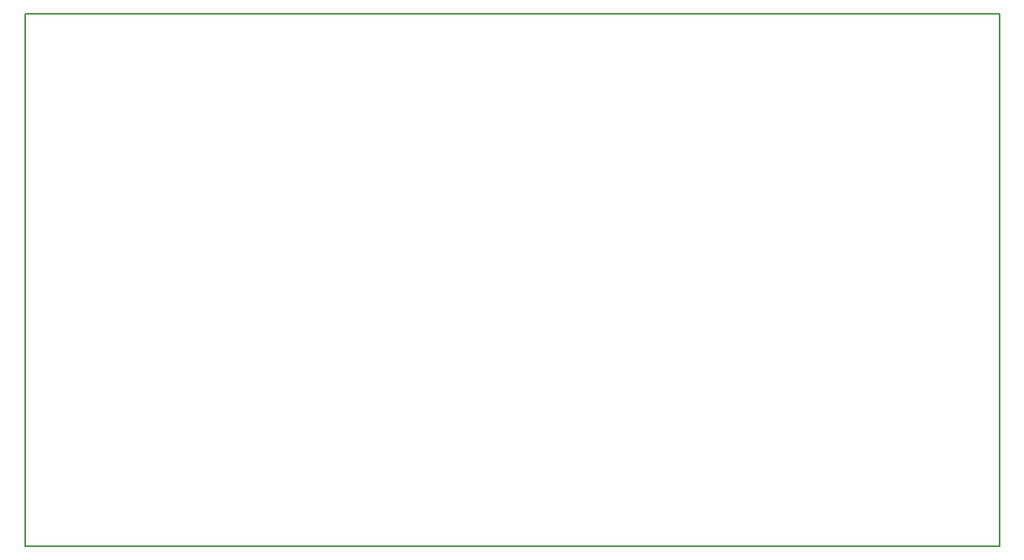
<source format=gbr>
G04 #@! TF.GenerationSoftware,KiCad,Pcbnew,(5.1.8)-1*
G04 #@! TF.CreationDate,2020-11-26T11:10:09+01:00*
G04 #@! TF.ProjectId,MM1_Writer,4d4d315f-5772-4697-9465-722e6b696361,R1*
G04 #@! TF.SameCoordinates,PX4692680PY3938700*
G04 #@! TF.FileFunction,Profile,NP*
%FSLAX46Y46*%
G04 Gerber Fmt 4.6, Leading zero omitted, Abs format (unit mm)*
G04 Created by KiCad (PCBNEW (5.1.8)-1) date 2020-11-26 11:10:09*
%MOMM*%
%LPD*%
G01*
G04 APERTURE LIST*
G04 #@! TA.AperFunction,Profile*
%ADD10C,0.150000*%
G04 #@! TD*
G04 APERTURE END LIST*
D10*
X101500000Y-55500000D02*
X0Y-55500000D01*
X101500000Y0D02*
X0Y0D01*
X101500000Y0D02*
X101500000Y-55500000D01*
X0Y-55500000D02*
X0Y0D01*
M02*

</source>
